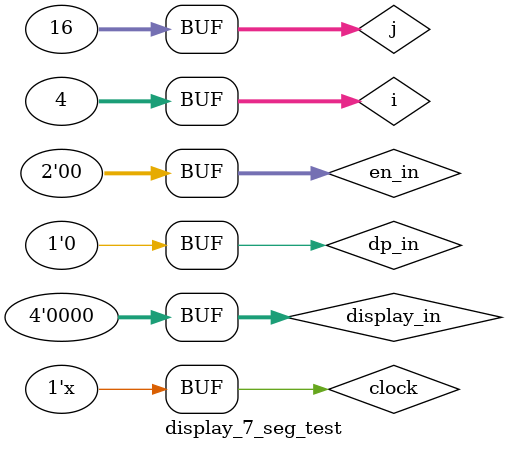
<source format=v>
`timescale 1ns / 1ps


module display_7_seg_test;

	// Inputs
	reg clock;
	reg dp_in;
	reg [1:0] en_in;
	reg [3:0] display_in;

	// Outputs
	wire [7:0] segment_out;
	wire [2:0] enable_out;
	
	integer i = 0;
	integer j = 0;

	// Instantiate the Unit Under Test (UUT)
	display_7_seg uut (
		.clock(clock), 
		.dp_in(dp_in), 
		.en_in(en_in), 
		.display_in(display_in), 
		.segment_out(segment_out), 
		.enable_out(enable_out)
	);

	initial begin
		$display("time\t clock dp_in en_in disp_in seg_out en_out");
		$monitor("%g\t %b %b %b %b %b %b", $time, clock, dp_in, en_in, 
					display_in, segment_out, enable_out);
		// Initialize Inputs
		clock = 1;
		dp_in = 0;
		en_in = 0;
		display_in = 0;

        
		// Add stimulus here
		
		for(i=0; i<=3; i = i+1) begin
			#10 en_in = en_in +1;
			for(j=0; j<=15; j = j+1) begin
				#10 display_in = display_in + 1;
			end
		end

	end
    
	always begin
		#5 clock = ~clock;
	end
endmodule


</source>
